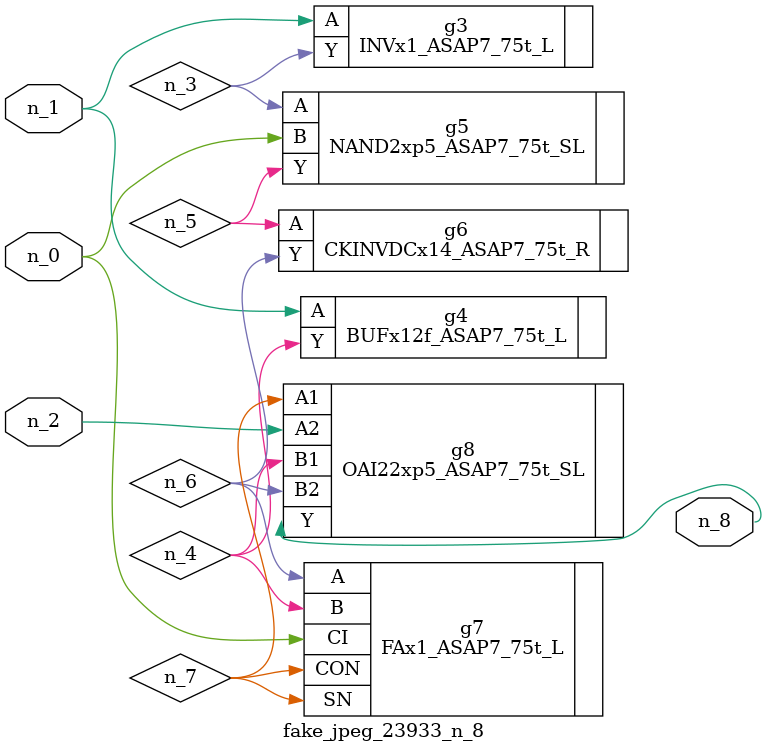
<source format=v>
module fake_jpeg_23933_n_8 (n_0, n_2, n_1, n_8);

input n_0;
input n_2;
input n_1;

output n_8;

wire n_3;
wire n_4;
wire n_6;
wire n_5;
wire n_7;

INVx1_ASAP7_75t_L g3 ( 
.A(n_1),
.Y(n_3)
);

BUFx12f_ASAP7_75t_L g4 ( 
.A(n_1),
.Y(n_4)
);

NAND2xp5_ASAP7_75t_SL g5 ( 
.A(n_3),
.B(n_0),
.Y(n_5)
);

CKINVDCx14_ASAP7_75t_R g6 ( 
.A(n_5),
.Y(n_6)
);

FAx1_ASAP7_75t_L g7 ( 
.A(n_6),
.B(n_4),
.CI(n_0),
.CON(n_7),
.SN(n_7)
);

OAI22xp5_ASAP7_75t_SL g8 ( 
.A1(n_7),
.A2(n_2),
.B1(n_4),
.B2(n_6),
.Y(n_8)
);


endmodule
</source>
